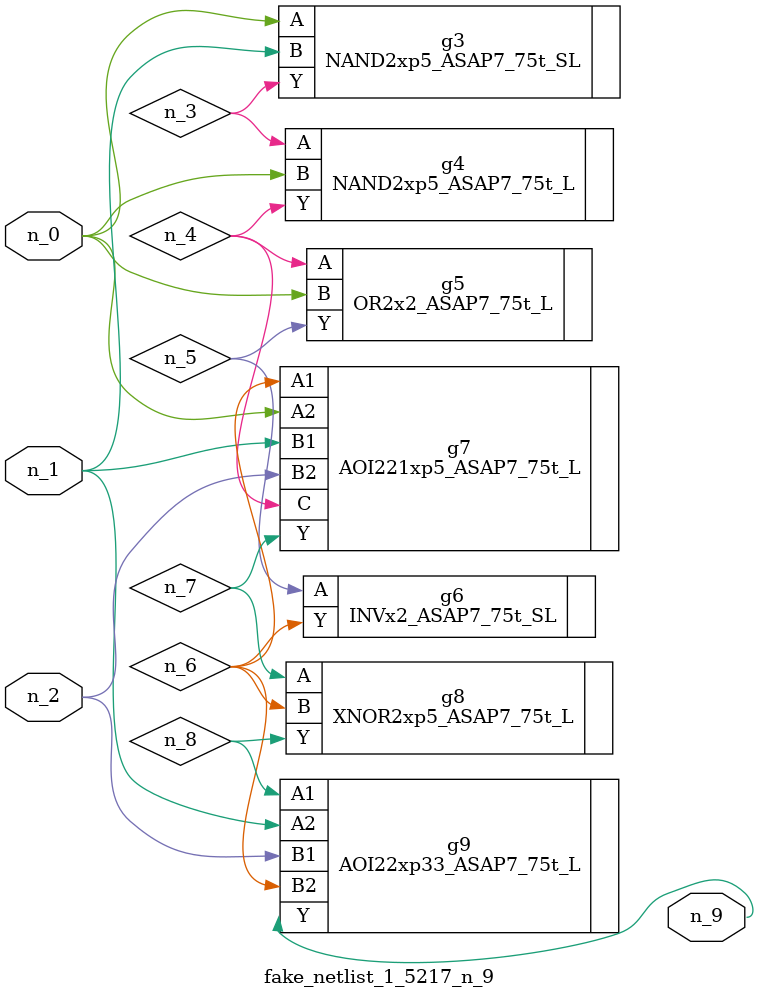
<source format=v>
module fake_netlist_1_5217_n_9 (n_1, n_2, n_0, n_9);
input n_1;
input n_2;
input n_0;
output n_9;
wire n_6;
wire n_4;
wire n_3;
wire n_5;
wire n_7;
wire n_8;
NAND2xp5_ASAP7_75t_SL g3 ( .A(n_0), .B(n_1), .Y(n_3) );
NAND2xp5_ASAP7_75t_L g4 ( .A(n_3), .B(n_0), .Y(n_4) );
OR2x2_ASAP7_75t_L g5 ( .A(n_4), .B(n_0), .Y(n_5) );
INVx2_ASAP7_75t_SL g6 ( .A(n_5), .Y(n_6) );
AOI221xp5_ASAP7_75t_L g7 ( .A1(n_6), .A2(n_0), .B1(n_1), .B2(n_2), .C(n_4), .Y(n_7) );
XNOR2xp5_ASAP7_75t_L g8 ( .A(n_7), .B(n_6), .Y(n_8) );
AOI22xp33_ASAP7_75t_L g9 ( .A1(n_8), .A2(n_1), .B1(n_2), .B2(n_6), .Y(n_9) );
endmodule
</source>
